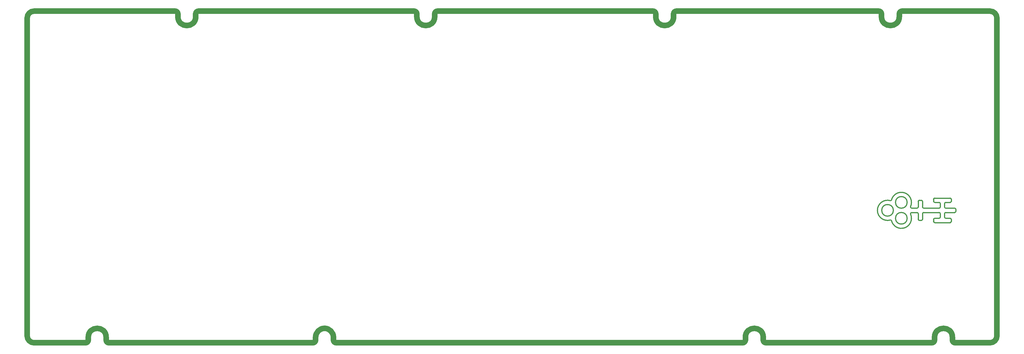
<source format=gbr>
%TF.GenerationSoftware,KiCad,Pcbnew,8.0.1*%
%TF.CreationDate,2025-12-30T14:10:29+09:00*%
%TF.ProjectId,keycultTKL_narrow,6b657963-756c-4745-944b-4c5f6e617272,rev?*%
%TF.SameCoordinates,Original*%
%TF.FileFunction,Legend,Top*%
%TF.FilePolarity,Positive*%
%FSLAX46Y46*%
G04 Gerber Fmt 4.6, Leading zero omitted, Abs format (unit mm)*
G04 Created by KiCad (PCBNEW 8.0.1) date 2025-12-30 14:10:29*
%MOMM*%
%LPD*%
G01*
G04 APERTURE LIST*
%ADD10C,2.000000*%
%ADD11C,0.440000*%
G04 APERTURE END LIST*
D10*
X175390937Y-193637497D02*
X175390937Y-192637500D01*
X119580000Y-76324999D02*
X119580000Y-77325000D01*
X212704998Y-75325000D02*
X290030050Y-75325000D01*
X167990935Y-194637500D02*
X94833124Y-194637500D01*
X329576875Y-193637500D02*
X329576875Y-192629500D01*
X378392500Y-76324950D02*
G75*
G02*
X379392450Y-75325000I1000000J-50D01*
G01*
X323176875Y-193637650D02*
G75*
G02*
X322164704Y-194637501I-999975J50D01*
G01*
X211705000Y-77325000D02*
X211705000Y-76324999D01*
X125980000Y-76324999D02*
G75*
G02*
X126979998Y-75325000I1000000J-1D01*
G01*
X204305001Y-75325000D02*
G75*
G02*
X205305000Y-76324999I-1J-1000000D01*
G01*
X297430000Y-77325000D02*
G75*
G02*
X291030000Y-77325000I-3200000J0D01*
G01*
X297430000Y-77325000D02*
X297430000Y-76324950D01*
X298429950Y-75325000D02*
X370992550Y-75325000D01*
X65505000Y-77825001D02*
G75*
G02*
X68005000Y-75325000I2500000J1D01*
G01*
X211705000Y-77325000D02*
G75*
G02*
X205305000Y-77325000I-3200000J0D01*
G01*
X176390941Y-194637500D02*
G75*
G02*
X175390900Y-193637497I-41J1000000D01*
G01*
X413417500Y-77824950D02*
X413417500Y-192137550D01*
X398442450Y-194637500D02*
G75*
G02*
X397442500Y-193637550I50J1000000D01*
G01*
X118580001Y-75325000D02*
G75*
G02*
X119580000Y-76324999I-1J-1000000D01*
G01*
X290030050Y-75325000D02*
G75*
G02*
X291030000Y-76324950I-50J-1000000D01*
G01*
X410917550Y-75325000D02*
G75*
G02*
X413417500Y-77824950I50J-2499900D01*
G01*
X168990938Y-193637496D02*
G75*
G02*
X167990935Y-194637538I-1000038J-4D01*
G01*
X126979998Y-75325000D02*
X204305001Y-75325000D01*
X68005001Y-194637500D02*
G75*
G02*
X65505000Y-192137500I-1J2500000D01*
G01*
X397442500Y-193637550D02*
X397442500Y-192637500D01*
X86433127Y-194637500D02*
X68005001Y-194637500D01*
X211705000Y-76324999D02*
G75*
G02*
X212704998Y-75325000I1000000J-1D01*
G01*
X87433125Y-193637502D02*
G75*
G02*
X86433127Y-194637525I-1000025J2D01*
G01*
X413417500Y-192137550D02*
G75*
G02*
X410917550Y-194637500I-2499900J-50D01*
G01*
X330576850Y-194637500D02*
G75*
G02*
X329576900Y-193637500I50J1000000D01*
G01*
X125980000Y-77325000D02*
G75*
G02*
X119580000Y-77325000I-3200000J0D01*
G01*
X65505000Y-192137500D02*
X65505000Y-77825001D01*
X323176875Y-192637510D02*
G75*
G02*
X329576915Y-192629500I3200025J10D01*
G01*
X378392500Y-77325000D02*
X378392500Y-76324950D01*
X168990937Y-192637503D02*
X168990938Y-193637496D01*
X68005000Y-75325000D02*
X118580001Y-75325000D01*
X391042500Y-193637550D02*
G75*
G02*
X390042550Y-194637500I-1000000J50D01*
G01*
X94833124Y-194637500D02*
G75*
G02*
X93833100Y-193637502I-24J1000000D01*
G01*
X410917550Y-194637500D02*
X398442450Y-194637500D01*
X371992500Y-76324950D02*
X371992500Y-77325000D01*
X125980000Y-77325000D02*
X125980000Y-76324999D01*
X297430000Y-76324950D02*
G75*
G02*
X298429950Y-75325000I1000000J-50D01*
G01*
X391042500Y-192637500D02*
G75*
G02*
X397442500Y-192637500I3200000J0D01*
G01*
X168990937Y-192637503D02*
G75*
G02*
X175390863Y-192637500I3199963J3D01*
G01*
X370992550Y-75325000D02*
G75*
G02*
X371992500Y-76324950I-50J-1000000D01*
G01*
X87433125Y-192637500D02*
X87433125Y-193637502D01*
X291030000Y-76324950D02*
X291030000Y-77325000D01*
X323176875Y-192637510D02*
X323176875Y-193637650D01*
X391042500Y-192637500D02*
X391042500Y-193637550D01*
X322164704Y-194637500D02*
X176390941Y-194637500D01*
X390042550Y-194637500D02*
X330576850Y-194637500D01*
X205305000Y-76324999D02*
X205305000Y-77325000D01*
X379392450Y-75325000D02*
X410917550Y-75325000D01*
X93833125Y-193637502D02*
X93833125Y-192637500D01*
X87433125Y-192637500D02*
G75*
G02*
X93833125Y-192637500I3200000J0D01*
G01*
X378392500Y-77325000D02*
G75*
G02*
X371992500Y-77325000I-3200000J0D01*
G01*
D11*
%TO.C,REF\u002A\u002A*%
X382837951Y-147757449D02*
X384727414Y-147757449D01*
X384727414Y-146217449D02*
X382837951Y-146217449D01*
X385167414Y-143797449D02*
X385167414Y-145777449D01*
X385167414Y-148197449D02*
X385167414Y-150177449D01*
X385607414Y-150617449D02*
X386267414Y-150617449D01*
X386267414Y-143357449D02*
X385607414Y-143357449D01*
X386707414Y-145777449D02*
X386707414Y-143797449D01*
X386707414Y-150177449D02*
X386707414Y-148197449D01*
X387147414Y-147757449D02*
X392647414Y-147757449D01*
X390667414Y-143027449D02*
X390667414Y-143687449D01*
X390667415Y-150287449D02*
X390667414Y-150947449D01*
X391107414Y-144127449D02*
X392647414Y-144127449D01*
X391107414Y-151387449D02*
X396607414Y-151387449D01*
X392647414Y-146217448D02*
X387147414Y-146217449D01*
X392647414Y-149847449D02*
X391107415Y-149847449D01*
X393087414Y-144567449D02*
X393087414Y-145777448D01*
X393087414Y-148197449D02*
X393087414Y-149407449D01*
X394627413Y-149407449D02*
X394627414Y-148197449D01*
X394627414Y-145777449D02*
X394627414Y-144567449D01*
X395067414Y-144127449D02*
X396607414Y-144127449D01*
X395067414Y-147757449D02*
X398257414Y-147757449D01*
X396607414Y-142587449D02*
X391107414Y-142587449D01*
X396607414Y-149847449D02*
X395067413Y-149847449D01*
X397047414Y-143687449D02*
X397047414Y-143027449D01*
X397047414Y-150947449D02*
X397047414Y-150287449D01*
X398257414Y-146217448D02*
X395067414Y-146217449D01*
X398697414Y-147317449D02*
X398697414Y-146657448D01*
X375179343Y-150473550D02*
G75*
G02*
X375179343Y-143501348I-1011929J3486101D01*
G01*
X375179343Y-150473550D02*
G75*
G02*
X375591821Y-150711889I91957J-316950D01*
G01*
X375591842Y-143263015D02*
G75*
G02*
X375179343Y-143501347I-320505J78585D01*
G01*
X375591844Y-143263015D02*
G75*
G02*
X382435730Y-145599071I3525570J-864434D01*
G01*
X382435730Y-148375827D02*
G75*
G02*
X375591844Y-150711883I-3318316J-1471622D01*
G01*
X382435731Y-148375827D02*
G75*
G02*
X382837951Y-147757452I402219J178377D01*
G01*
X382837951Y-146217449D02*
G75*
G02*
X382435731Y-145599071I0J440000D01*
G01*
X384727414Y-147757449D02*
G75*
G02*
X385167414Y-148197449I0J-440000D01*
G01*
X385167414Y-143797449D02*
G75*
G02*
X385607414Y-143357449I440000J0D01*
G01*
X385167414Y-145777449D02*
G75*
G02*
X384727414Y-146217449I-440000J0D01*
G01*
X385607414Y-150617449D02*
G75*
G02*
X385167411Y-150177449I-4J439999D01*
G01*
X386267414Y-143357449D02*
G75*
G02*
X386707414Y-143797449I0J-440000D01*
G01*
X386707414Y-148197449D02*
G75*
G02*
X387147414Y-147757444I440006J-1D01*
G01*
X386707414Y-150177449D02*
G75*
G02*
X386267414Y-150617444I-439994J-1D01*
G01*
X387147414Y-146217449D02*
G75*
G02*
X386707414Y-145777449I0J440000D01*
G01*
X390667414Y-143027449D02*
G75*
G02*
X391107414Y-142587449I440000J0D01*
G01*
X390667415Y-150287449D02*
G75*
G02*
X391107415Y-149847445I440005J-1D01*
G01*
X391107414Y-144127449D02*
G75*
G02*
X390667414Y-143687449I0J440000D01*
G01*
X391107414Y-151387449D02*
G75*
G02*
X390667411Y-150947449I-4J439999D01*
G01*
X392647414Y-144127449D02*
G75*
G02*
X393087414Y-144567449I0J-440000D01*
G01*
X392647414Y-147757449D02*
G75*
G02*
X393087414Y-148197449I0J-440000D01*
G01*
X393087414Y-145777448D02*
G75*
G02*
X392647414Y-146217448I-440000J0D01*
G01*
X393087414Y-149407449D02*
G75*
G02*
X392647414Y-149847444I-439994J-1D01*
G01*
X394627414Y-144567449D02*
G75*
G02*
X395067414Y-144127449I440000J0D01*
G01*
X394627414Y-148197449D02*
G75*
G02*
X395067414Y-147757444I440006J-1D01*
G01*
X395067413Y-149847449D02*
G75*
G02*
X394627411Y-149407449I-3J439999D01*
G01*
X395067414Y-146217449D02*
G75*
G02*
X394627414Y-145777449I0J440000D01*
G01*
X396607414Y-142587449D02*
G75*
G02*
X397047414Y-143027449I0J-440000D01*
G01*
X396607414Y-149847449D02*
G75*
G02*
X397047411Y-150287449I-4J-440001D01*
G01*
X397047414Y-143687449D02*
G75*
G02*
X396607414Y-144127449I-440000J0D01*
G01*
X397047414Y-150947449D02*
G75*
G02*
X396607414Y-151387444I-439994J-1D01*
G01*
X398257414Y-146217448D02*
G75*
G02*
X398697414Y-146657448I0J-440000D01*
G01*
X398697414Y-147317449D02*
G75*
G02*
X398257414Y-147757454I-440004J-1D01*
G01*
X376257414Y-146987449D02*
G75*
G02*
X372077414Y-146987449I-2090000J0D01*
G01*
X372077414Y-146987449D02*
G75*
G02*
X376257414Y-146987449I2090000J0D01*
G01*
X381207414Y-144127449D02*
G75*
G02*
X377027414Y-144127449I-2090000J0D01*
G01*
X377027414Y-144127449D02*
G75*
G02*
X381207414Y-144127449I2090000J0D01*
G01*
X381207414Y-149847449D02*
G75*
G02*
X377027414Y-149847449I-2090000J0D01*
G01*
X377027414Y-149847449D02*
G75*
G02*
X381207414Y-149847449I2090000J0D01*
G01*
%TD*%
M02*

</source>
